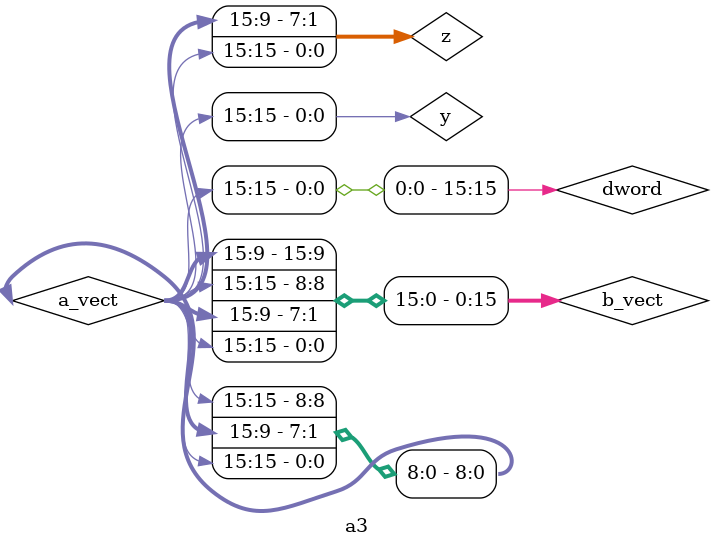
<source format=sv>
module a0;
	logic [14:0] a;
	logic [15:0] b;
	logic [15:0] sumA;
	logic [16:0] sumB;

	assign sumA = a + b; // addition on 16 bits
	// v0 = Var(a) @ logic [14:0]
	// v1 = Zext(v0, 16) @ logic [15:0]
	// v2 = Var(b) @ logic [15:0]
	// v3 = IntBinaryArith(Add, unsigned, 16, v1, v2) @ logic [15:0]

	assign sumB = a + b; // addition on 17 bits
	// v0 = Var(a) @ logic [14:0]
	// v1 = Zext(v0, 17) @ logic [16:0]
	// v2 = Var(b) @ logic [15:0]
	// v3 = Zext(v2, 17) @ logic [16:0]
	// v4 = IntBinaryArith(Add, unsigned, 17, v1, v3) @ logic [16:0]

	assign sumB = {a + b}; // addition on 16 bits, then cast to 17 bits
	// v0 = Var(a) @ logic [14:0]
	// v1 = Zext(v0, 16) @ logic [15:0]
	// v2 = Var(b) @ logic [15:0]
	// v3 = IntBinaryArith(Add, unsigned, 16, v1, v2) @ logic [15:0]
	// v4 = Zext(v3, 17) @ logic [16:0]
endmodule

// 11.4.12 Concatenation operators
module a1;
	logic a;
	logic [7:0] b;
	logic w;
	logic [8:0] z;
	assign z = {a, b[3:0], w, 3'b101};
endmodule

// Sign casts
module a2;
	logic unsigned [7:0] a;
	logic signed [7:0] b;
	logic [7:0] z;
	assign z = $signed(a);
	assign z = $unsigned(b);
endmodule

// 11.5.1 Vector bit-select and part-select addressing
module a3;
	logic [31: 0] a_vect;
	logic [0 :31] b_vect;
	logic [63: 0] dword;
	integer sel;
	logic [7:0] z;
	logic y;

	assign z = a_vect[ 7 : 0];
	assign z = a_vect[15 : 8];
	assign z = b_vect[0 : 7];
	assign z = b_vect[8 :15];

	assign z = a_vect[ 0 +: 8];
    assign z = a_vect[15 -: 8];
    assign z = b_vect[ 0 +: 8];
    assign z = b_vect[15 -: 8];
    assign z = dword[8*sel +: 8];

    assign y = a_vect[15];
    assign y = b_vect[15];
    assign y = dword[15];
    assign y = a_vect[sel];
    assign y = b_vect[sel];
    assign y = dword[sel];
endmodule

</source>
